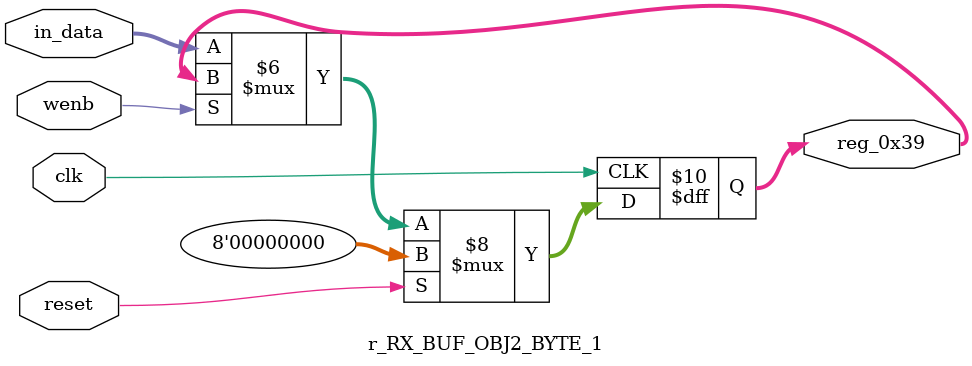
<source format=v>
module r_RX_BUF_OBJ2_BYTE_1(output reg [7:0] reg_0x39, input wire reset, input wire wenb, input wire [7:0] in_data, input wire clk);
	always@(posedge clk)
	begin
		if(reset==0) begin
			if(wenb==0)
				reg_0x39<=in_data;
			else
				reg_0x39<=reg_0x39;
		end
		else
			reg_0x39<=8'h00;
	end
endmodule
</source>
